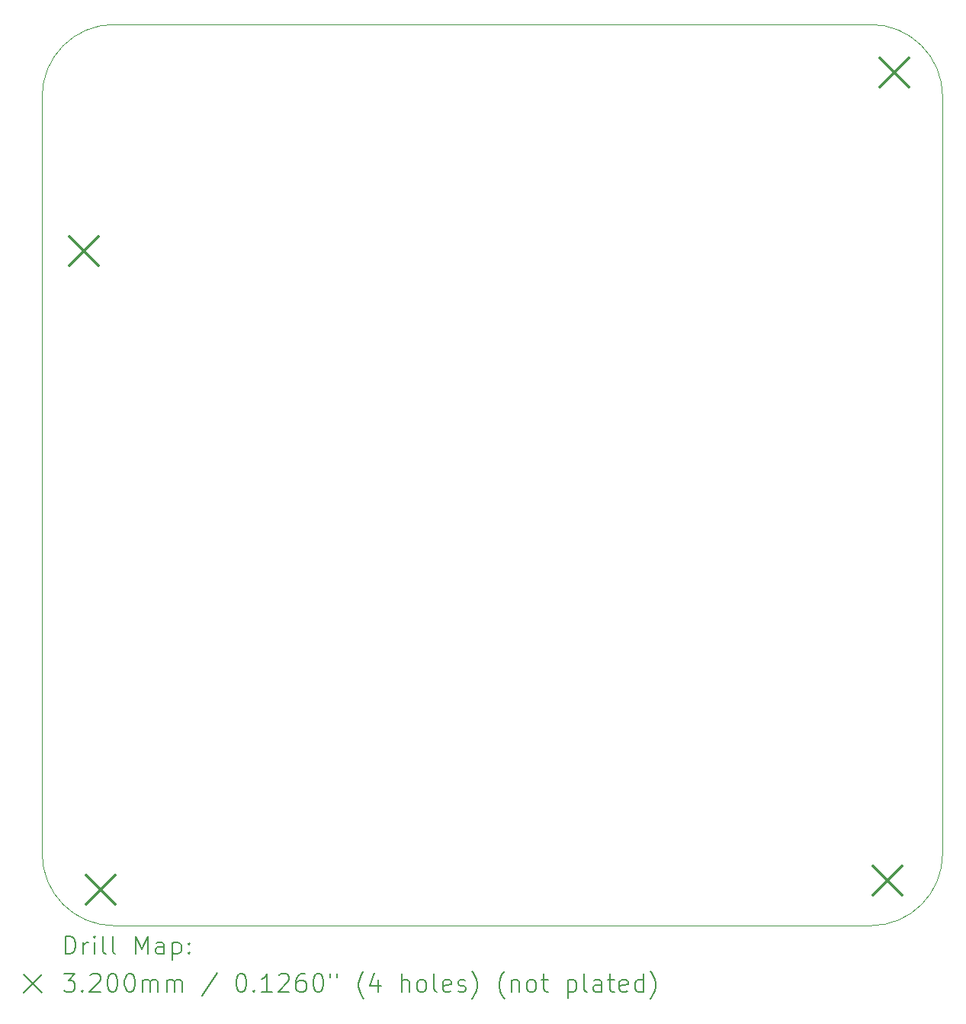
<source format=gbr>
%TF.GenerationSoftware,KiCad,Pcbnew,8.0.2*%
%TF.CreationDate,2025-04-19T11:58:42+02:00*%
%TF.ProjectId,Patje zuig men kloten,5061746a-6520-47a7-9569-67206d656e20,rev?*%
%TF.SameCoordinates,Original*%
%TF.FileFunction,Drillmap*%
%TF.FilePolarity,Positive*%
%FSLAX45Y45*%
G04 Gerber Fmt 4.5, Leading zero omitted, Abs format (unit mm)*
G04 Created by KiCad (PCBNEW 8.0.2) date 2025-04-19 11:58:42*
%MOMM*%
%LPD*%
G01*
G04 APERTURE LIST*
%ADD10C,0.050000*%
%ADD11C,0.200000*%
%ADD12C,0.320000*%
G04 APERTURE END LIST*
D10*
X9377850Y-13420200D02*
X9377850Y-5020200D01*
X10177850Y-4220200D02*
X18577850Y-4220200D01*
X19377850Y-5020200D02*
X19377850Y-13420200D01*
X18577850Y-4220200D02*
G75*
G02*
X19377850Y-5020200I0J-800000D01*
G01*
X19377850Y-13420200D02*
G75*
G02*
X18577850Y-14220200I-800000J0D01*
G01*
X18577850Y-14220200D02*
X10177850Y-14220200D01*
X10177850Y-14220200D02*
G75*
G02*
X9377850Y-13420200I0J800000D01*
G01*
X9377850Y-5020200D02*
G75*
G02*
X10177850Y-4220200I800000J0D01*
G01*
D11*
D12*
X9680150Y-6571000D02*
X10000150Y-6891000D01*
X10000150Y-6571000D02*
X9680150Y-6891000D01*
X9870000Y-13660000D02*
X10190000Y-13980000D01*
X10190000Y-13660000D02*
X9870000Y-13980000D01*
X18608250Y-13556000D02*
X18928250Y-13876000D01*
X18928250Y-13556000D02*
X18608250Y-13876000D01*
X18684450Y-4589800D02*
X19004450Y-4909800D01*
X19004450Y-4589800D02*
X18684450Y-4909800D01*
D11*
X9636127Y-14534184D02*
X9636127Y-14334184D01*
X9636127Y-14334184D02*
X9683746Y-14334184D01*
X9683746Y-14334184D02*
X9712317Y-14343708D01*
X9712317Y-14343708D02*
X9731365Y-14362755D01*
X9731365Y-14362755D02*
X9740889Y-14381803D01*
X9740889Y-14381803D02*
X9750413Y-14419898D01*
X9750413Y-14419898D02*
X9750413Y-14448469D01*
X9750413Y-14448469D02*
X9740889Y-14486565D01*
X9740889Y-14486565D02*
X9731365Y-14505612D01*
X9731365Y-14505612D02*
X9712317Y-14524660D01*
X9712317Y-14524660D02*
X9683746Y-14534184D01*
X9683746Y-14534184D02*
X9636127Y-14534184D01*
X9836127Y-14534184D02*
X9836127Y-14400850D01*
X9836127Y-14438946D02*
X9845651Y-14419898D01*
X9845651Y-14419898D02*
X9855174Y-14410374D01*
X9855174Y-14410374D02*
X9874222Y-14400850D01*
X9874222Y-14400850D02*
X9893270Y-14400850D01*
X9959936Y-14534184D02*
X9959936Y-14400850D01*
X9959936Y-14334184D02*
X9950413Y-14343708D01*
X9950413Y-14343708D02*
X9959936Y-14353231D01*
X9959936Y-14353231D02*
X9969460Y-14343708D01*
X9969460Y-14343708D02*
X9959936Y-14334184D01*
X9959936Y-14334184D02*
X9959936Y-14353231D01*
X10083746Y-14534184D02*
X10064698Y-14524660D01*
X10064698Y-14524660D02*
X10055174Y-14505612D01*
X10055174Y-14505612D02*
X10055174Y-14334184D01*
X10188508Y-14534184D02*
X10169460Y-14524660D01*
X10169460Y-14524660D02*
X10159936Y-14505612D01*
X10159936Y-14505612D02*
X10159936Y-14334184D01*
X10417079Y-14534184D02*
X10417079Y-14334184D01*
X10417079Y-14334184D02*
X10483746Y-14477041D01*
X10483746Y-14477041D02*
X10550413Y-14334184D01*
X10550413Y-14334184D02*
X10550413Y-14534184D01*
X10731365Y-14534184D02*
X10731365Y-14429422D01*
X10731365Y-14429422D02*
X10721841Y-14410374D01*
X10721841Y-14410374D02*
X10702794Y-14400850D01*
X10702794Y-14400850D02*
X10664698Y-14400850D01*
X10664698Y-14400850D02*
X10645651Y-14410374D01*
X10731365Y-14524660D02*
X10712317Y-14534184D01*
X10712317Y-14534184D02*
X10664698Y-14534184D01*
X10664698Y-14534184D02*
X10645651Y-14524660D01*
X10645651Y-14524660D02*
X10636127Y-14505612D01*
X10636127Y-14505612D02*
X10636127Y-14486565D01*
X10636127Y-14486565D02*
X10645651Y-14467517D01*
X10645651Y-14467517D02*
X10664698Y-14457993D01*
X10664698Y-14457993D02*
X10712317Y-14457993D01*
X10712317Y-14457993D02*
X10731365Y-14448469D01*
X10826603Y-14400850D02*
X10826603Y-14600850D01*
X10826603Y-14410374D02*
X10845651Y-14400850D01*
X10845651Y-14400850D02*
X10883746Y-14400850D01*
X10883746Y-14400850D02*
X10902794Y-14410374D01*
X10902794Y-14410374D02*
X10912317Y-14419898D01*
X10912317Y-14419898D02*
X10921841Y-14438946D01*
X10921841Y-14438946D02*
X10921841Y-14496088D01*
X10921841Y-14496088D02*
X10912317Y-14515136D01*
X10912317Y-14515136D02*
X10902794Y-14524660D01*
X10902794Y-14524660D02*
X10883746Y-14534184D01*
X10883746Y-14534184D02*
X10845651Y-14534184D01*
X10845651Y-14534184D02*
X10826603Y-14524660D01*
X11007555Y-14515136D02*
X11017079Y-14524660D01*
X11017079Y-14524660D02*
X11007555Y-14534184D01*
X11007555Y-14534184D02*
X10998032Y-14524660D01*
X10998032Y-14524660D02*
X11007555Y-14515136D01*
X11007555Y-14515136D02*
X11007555Y-14534184D01*
X11007555Y-14410374D02*
X11017079Y-14419898D01*
X11017079Y-14419898D02*
X11007555Y-14429422D01*
X11007555Y-14429422D02*
X10998032Y-14419898D01*
X10998032Y-14419898D02*
X11007555Y-14410374D01*
X11007555Y-14410374D02*
X11007555Y-14429422D01*
X9175350Y-14762700D02*
X9375350Y-14962700D01*
X9375350Y-14762700D02*
X9175350Y-14962700D01*
X9617079Y-14754184D02*
X9740889Y-14754184D01*
X9740889Y-14754184D02*
X9674222Y-14830374D01*
X9674222Y-14830374D02*
X9702794Y-14830374D01*
X9702794Y-14830374D02*
X9721841Y-14839898D01*
X9721841Y-14839898D02*
X9731365Y-14849422D01*
X9731365Y-14849422D02*
X9740889Y-14868469D01*
X9740889Y-14868469D02*
X9740889Y-14916088D01*
X9740889Y-14916088D02*
X9731365Y-14935136D01*
X9731365Y-14935136D02*
X9721841Y-14944660D01*
X9721841Y-14944660D02*
X9702794Y-14954184D01*
X9702794Y-14954184D02*
X9645651Y-14954184D01*
X9645651Y-14954184D02*
X9626603Y-14944660D01*
X9626603Y-14944660D02*
X9617079Y-14935136D01*
X9826603Y-14935136D02*
X9836127Y-14944660D01*
X9836127Y-14944660D02*
X9826603Y-14954184D01*
X9826603Y-14954184D02*
X9817079Y-14944660D01*
X9817079Y-14944660D02*
X9826603Y-14935136D01*
X9826603Y-14935136D02*
X9826603Y-14954184D01*
X9912317Y-14773231D02*
X9921841Y-14763708D01*
X9921841Y-14763708D02*
X9940889Y-14754184D01*
X9940889Y-14754184D02*
X9988508Y-14754184D01*
X9988508Y-14754184D02*
X10007555Y-14763708D01*
X10007555Y-14763708D02*
X10017079Y-14773231D01*
X10017079Y-14773231D02*
X10026603Y-14792279D01*
X10026603Y-14792279D02*
X10026603Y-14811327D01*
X10026603Y-14811327D02*
X10017079Y-14839898D01*
X10017079Y-14839898D02*
X9902794Y-14954184D01*
X9902794Y-14954184D02*
X10026603Y-14954184D01*
X10150413Y-14754184D02*
X10169460Y-14754184D01*
X10169460Y-14754184D02*
X10188508Y-14763708D01*
X10188508Y-14763708D02*
X10198032Y-14773231D01*
X10198032Y-14773231D02*
X10207555Y-14792279D01*
X10207555Y-14792279D02*
X10217079Y-14830374D01*
X10217079Y-14830374D02*
X10217079Y-14877993D01*
X10217079Y-14877993D02*
X10207555Y-14916088D01*
X10207555Y-14916088D02*
X10198032Y-14935136D01*
X10198032Y-14935136D02*
X10188508Y-14944660D01*
X10188508Y-14944660D02*
X10169460Y-14954184D01*
X10169460Y-14954184D02*
X10150413Y-14954184D01*
X10150413Y-14954184D02*
X10131365Y-14944660D01*
X10131365Y-14944660D02*
X10121841Y-14935136D01*
X10121841Y-14935136D02*
X10112317Y-14916088D01*
X10112317Y-14916088D02*
X10102794Y-14877993D01*
X10102794Y-14877993D02*
X10102794Y-14830374D01*
X10102794Y-14830374D02*
X10112317Y-14792279D01*
X10112317Y-14792279D02*
X10121841Y-14773231D01*
X10121841Y-14773231D02*
X10131365Y-14763708D01*
X10131365Y-14763708D02*
X10150413Y-14754184D01*
X10340889Y-14754184D02*
X10359936Y-14754184D01*
X10359936Y-14754184D02*
X10378984Y-14763708D01*
X10378984Y-14763708D02*
X10388508Y-14773231D01*
X10388508Y-14773231D02*
X10398032Y-14792279D01*
X10398032Y-14792279D02*
X10407555Y-14830374D01*
X10407555Y-14830374D02*
X10407555Y-14877993D01*
X10407555Y-14877993D02*
X10398032Y-14916088D01*
X10398032Y-14916088D02*
X10388508Y-14935136D01*
X10388508Y-14935136D02*
X10378984Y-14944660D01*
X10378984Y-14944660D02*
X10359936Y-14954184D01*
X10359936Y-14954184D02*
X10340889Y-14954184D01*
X10340889Y-14954184D02*
X10321841Y-14944660D01*
X10321841Y-14944660D02*
X10312317Y-14935136D01*
X10312317Y-14935136D02*
X10302794Y-14916088D01*
X10302794Y-14916088D02*
X10293270Y-14877993D01*
X10293270Y-14877993D02*
X10293270Y-14830374D01*
X10293270Y-14830374D02*
X10302794Y-14792279D01*
X10302794Y-14792279D02*
X10312317Y-14773231D01*
X10312317Y-14773231D02*
X10321841Y-14763708D01*
X10321841Y-14763708D02*
X10340889Y-14754184D01*
X10493270Y-14954184D02*
X10493270Y-14820850D01*
X10493270Y-14839898D02*
X10502794Y-14830374D01*
X10502794Y-14830374D02*
X10521841Y-14820850D01*
X10521841Y-14820850D02*
X10550413Y-14820850D01*
X10550413Y-14820850D02*
X10569460Y-14830374D01*
X10569460Y-14830374D02*
X10578984Y-14849422D01*
X10578984Y-14849422D02*
X10578984Y-14954184D01*
X10578984Y-14849422D02*
X10588508Y-14830374D01*
X10588508Y-14830374D02*
X10607555Y-14820850D01*
X10607555Y-14820850D02*
X10636127Y-14820850D01*
X10636127Y-14820850D02*
X10655175Y-14830374D01*
X10655175Y-14830374D02*
X10664698Y-14849422D01*
X10664698Y-14849422D02*
X10664698Y-14954184D01*
X10759936Y-14954184D02*
X10759936Y-14820850D01*
X10759936Y-14839898D02*
X10769460Y-14830374D01*
X10769460Y-14830374D02*
X10788508Y-14820850D01*
X10788508Y-14820850D02*
X10817079Y-14820850D01*
X10817079Y-14820850D02*
X10836127Y-14830374D01*
X10836127Y-14830374D02*
X10845651Y-14849422D01*
X10845651Y-14849422D02*
X10845651Y-14954184D01*
X10845651Y-14849422D02*
X10855175Y-14830374D01*
X10855175Y-14830374D02*
X10874222Y-14820850D01*
X10874222Y-14820850D02*
X10902794Y-14820850D01*
X10902794Y-14820850D02*
X10921841Y-14830374D01*
X10921841Y-14830374D02*
X10931365Y-14849422D01*
X10931365Y-14849422D02*
X10931365Y-14954184D01*
X11321841Y-14744660D02*
X11150413Y-15001803D01*
X11578984Y-14754184D02*
X11598032Y-14754184D01*
X11598032Y-14754184D02*
X11617079Y-14763708D01*
X11617079Y-14763708D02*
X11626603Y-14773231D01*
X11626603Y-14773231D02*
X11636127Y-14792279D01*
X11636127Y-14792279D02*
X11645651Y-14830374D01*
X11645651Y-14830374D02*
X11645651Y-14877993D01*
X11645651Y-14877993D02*
X11636127Y-14916088D01*
X11636127Y-14916088D02*
X11626603Y-14935136D01*
X11626603Y-14935136D02*
X11617079Y-14944660D01*
X11617079Y-14944660D02*
X11598032Y-14954184D01*
X11598032Y-14954184D02*
X11578984Y-14954184D01*
X11578984Y-14954184D02*
X11559936Y-14944660D01*
X11559936Y-14944660D02*
X11550413Y-14935136D01*
X11550413Y-14935136D02*
X11540889Y-14916088D01*
X11540889Y-14916088D02*
X11531365Y-14877993D01*
X11531365Y-14877993D02*
X11531365Y-14830374D01*
X11531365Y-14830374D02*
X11540889Y-14792279D01*
X11540889Y-14792279D02*
X11550413Y-14773231D01*
X11550413Y-14773231D02*
X11559936Y-14763708D01*
X11559936Y-14763708D02*
X11578984Y-14754184D01*
X11731365Y-14935136D02*
X11740889Y-14944660D01*
X11740889Y-14944660D02*
X11731365Y-14954184D01*
X11731365Y-14954184D02*
X11721841Y-14944660D01*
X11721841Y-14944660D02*
X11731365Y-14935136D01*
X11731365Y-14935136D02*
X11731365Y-14954184D01*
X11931365Y-14954184D02*
X11817079Y-14954184D01*
X11874222Y-14954184D02*
X11874222Y-14754184D01*
X11874222Y-14754184D02*
X11855175Y-14782755D01*
X11855175Y-14782755D02*
X11836127Y-14801803D01*
X11836127Y-14801803D02*
X11817079Y-14811327D01*
X12007556Y-14773231D02*
X12017079Y-14763708D01*
X12017079Y-14763708D02*
X12036127Y-14754184D01*
X12036127Y-14754184D02*
X12083746Y-14754184D01*
X12083746Y-14754184D02*
X12102794Y-14763708D01*
X12102794Y-14763708D02*
X12112317Y-14773231D01*
X12112317Y-14773231D02*
X12121841Y-14792279D01*
X12121841Y-14792279D02*
X12121841Y-14811327D01*
X12121841Y-14811327D02*
X12112317Y-14839898D01*
X12112317Y-14839898D02*
X11998032Y-14954184D01*
X11998032Y-14954184D02*
X12121841Y-14954184D01*
X12293270Y-14754184D02*
X12255175Y-14754184D01*
X12255175Y-14754184D02*
X12236127Y-14763708D01*
X12236127Y-14763708D02*
X12226603Y-14773231D01*
X12226603Y-14773231D02*
X12207556Y-14801803D01*
X12207556Y-14801803D02*
X12198032Y-14839898D01*
X12198032Y-14839898D02*
X12198032Y-14916088D01*
X12198032Y-14916088D02*
X12207556Y-14935136D01*
X12207556Y-14935136D02*
X12217079Y-14944660D01*
X12217079Y-14944660D02*
X12236127Y-14954184D01*
X12236127Y-14954184D02*
X12274222Y-14954184D01*
X12274222Y-14954184D02*
X12293270Y-14944660D01*
X12293270Y-14944660D02*
X12302794Y-14935136D01*
X12302794Y-14935136D02*
X12312317Y-14916088D01*
X12312317Y-14916088D02*
X12312317Y-14868469D01*
X12312317Y-14868469D02*
X12302794Y-14849422D01*
X12302794Y-14849422D02*
X12293270Y-14839898D01*
X12293270Y-14839898D02*
X12274222Y-14830374D01*
X12274222Y-14830374D02*
X12236127Y-14830374D01*
X12236127Y-14830374D02*
X12217079Y-14839898D01*
X12217079Y-14839898D02*
X12207556Y-14849422D01*
X12207556Y-14849422D02*
X12198032Y-14868469D01*
X12436127Y-14754184D02*
X12455175Y-14754184D01*
X12455175Y-14754184D02*
X12474222Y-14763708D01*
X12474222Y-14763708D02*
X12483746Y-14773231D01*
X12483746Y-14773231D02*
X12493270Y-14792279D01*
X12493270Y-14792279D02*
X12502794Y-14830374D01*
X12502794Y-14830374D02*
X12502794Y-14877993D01*
X12502794Y-14877993D02*
X12493270Y-14916088D01*
X12493270Y-14916088D02*
X12483746Y-14935136D01*
X12483746Y-14935136D02*
X12474222Y-14944660D01*
X12474222Y-14944660D02*
X12455175Y-14954184D01*
X12455175Y-14954184D02*
X12436127Y-14954184D01*
X12436127Y-14954184D02*
X12417079Y-14944660D01*
X12417079Y-14944660D02*
X12407556Y-14935136D01*
X12407556Y-14935136D02*
X12398032Y-14916088D01*
X12398032Y-14916088D02*
X12388508Y-14877993D01*
X12388508Y-14877993D02*
X12388508Y-14830374D01*
X12388508Y-14830374D02*
X12398032Y-14792279D01*
X12398032Y-14792279D02*
X12407556Y-14773231D01*
X12407556Y-14773231D02*
X12417079Y-14763708D01*
X12417079Y-14763708D02*
X12436127Y-14754184D01*
X12578984Y-14754184D02*
X12578984Y-14792279D01*
X12655175Y-14754184D02*
X12655175Y-14792279D01*
X12950413Y-15030374D02*
X12940889Y-15020850D01*
X12940889Y-15020850D02*
X12921841Y-14992279D01*
X12921841Y-14992279D02*
X12912318Y-14973231D01*
X12912318Y-14973231D02*
X12902794Y-14944660D01*
X12902794Y-14944660D02*
X12893270Y-14897041D01*
X12893270Y-14897041D02*
X12893270Y-14858946D01*
X12893270Y-14858946D02*
X12902794Y-14811327D01*
X12902794Y-14811327D02*
X12912318Y-14782755D01*
X12912318Y-14782755D02*
X12921841Y-14763708D01*
X12921841Y-14763708D02*
X12940889Y-14735136D01*
X12940889Y-14735136D02*
X12950413Y-14725612D01*
X13112318Y-14820850D02*
X13112318Y-14954184D01*
X13064698Y-14744660D02*
X13017079Y-14887517D01*
X13017079Y-14887517D02*
X13140889Y-14887517D01*
X13369460Y-14954184D02*
X13369460Y-14754184D01*
X13455175Y-14954184D02*
X13455175Y-14849422D01*
X13455175Y-14849422D02*
X13445651Y-14830374D01*
X13445651Y-14830374D02*
X13426603Y-14820850D01*
X13426603Y-14820850D02*
X13398032Y-14820850D01*
X13398032Y-14820850D02*
X13378984Y-14830374D01*
X13378984Y-14830374D02*
X13369460Y-14839898D01*
X13578984Y-14954184D02*
X13559937Y-14944660D01*
X13559937Y-14944660D02*
X13550413Y-14935136D01*
X13550413Y-14935136D02*
X13540889Y-14916088D01*
X13540889Y-14916088D02*
X13540889Y-14858946D01*
X13540889Y-14858946D02*
X13550413Y-14839898D01*
X13550413Y-14839898D02*
X13559937Y-14830374D01*
X13559937Y-14830374D02*
X13578984Y-14820850D01*
X13578984Y-14820850D02*
X13607556Y-14820850D01*
X13607556Y-14820850D02*
X13626603Y-14830374D01*
X13626603Y-14830374D02*
X13636127Y-14839898D01*
X13636127Y-14839898D02*
X13645651Y-14858946D01*
X13645651Y-14858946D02*
X13645651Y-14916088D01*
X13645651Y-14916088D02*
X13636127Y-14935136D01*
X13636127Y-14935136D02*
X13626603Y-14944660D01*
X13626603Y-14944660D02*
X13607556Y-14954184D01*
X13607556Y-14954184D02*
X13578984Y-14954184D01*
X13759937Y-14954184D02*
X13740889Y-14944660D01*
X13740889Y-14944660D02*
X13731365Y-14925612D01*
X13731365Y-14925612D02*
X13731365Y-14754184D01*
X13912318Y-14944660D02*
X13893270Y-14954184D01*
X13893270Y-14954184D02*
X13855175Y-14954184D01*
X13855175Y-14954184D02*
X13836127Y-14944660D01*
X13836127Y-14944660D02*
X13826603Y-14925612D01*
X13826603Y-14925612D02*
X13826603Y-14849422D01*
X13826603Y-14849422D02*
X13836127Y-14830374D01*
X13836127Y-14830374D02*
X13855175Y-14820850D01*
X13855175Y-14820850D02*
X13893270Y-14820850D01*
X13893270Y-14820850D02*
X13912318Y-14830374D01*
X13912318Y-14830374D02*
X13921841Y-14849422D01*
X13921841Y-14849422D02*
X13921841Y-14868469D01*
X13921841Y-14868469D02*
X13826603Y-14887517D01*
X13998032Y-14944660D02*
X14017080Y-14954184D01*
X14017080Y-14954184D02*
X14055175Y-14954184D01*
X14055175Y-14954184D02*
X14074222Y-14944660D01*
X14074222Y-14944660D02*
X14083746Y-14925612D01*
X14083746Y-14925612D02*
X14083746Y-14916088D01*
X14083746Y-14916088D02*
X14074222Y-14897041D01*
X14074222Y-14897041D02*
X14055175Y-14887517D01*
X14055175Y-14887517D02*
X14026603Y-14887517D01*
X14026603Y-14887517D02*
X14007556Y-14877993D01*
X14007556Y-14877993D02*
X13998032Y-14858946D01*
X13998032Y-14858946D02*
X13998032Y-14849422D01*
X13998032Y-14849422D02*
X14007556Y-14830374D01*
X14007556Y-14830374D02*
X14026603Y-14820850D01*
X14026603Y-14820850D02*
X14055175Y-14820850D01*
X14055175Y-14820850D02*
X14074222Y-14830374D01*
X14150413Y-15030374D02*
X14159937Y-15020850D01*
X14159937Y-15020850D02*
X14178984Y-14992279D01*
X14178984Y-14992279D02*
X14188508Y-14973231D01*
X14188508Y-14973231D02*
X14198032Y-14944660D01*
X14198032Y-14944660D02*
X14207556Y-14897041D01*
X14207556Y-14897041D02*
X14207556Y-14858946D01*
X14207556Y-14858946D02*
X14198032Y-14811327D01*
X14198032Y-14811327D02*
X14188508Y-14782755D01*
X14188508Y-14782755D02*
X14178984Y-14763708D01*
X14178984Y-14763708D02*
X14159937Y-14735136D01*
X14159937Y-14735136D02*
X14150413Y-14725612D01*
X14512318Y-15030374D02*
X14502794Y-15020850D01*
X14502794Y-15020850D02*
X14483746Y-14992279D01*
X14483746Y-14992279D02*
X14474222Y-14973231D01*
X14474222Y-14973231D02*
X14464699Y-14944660D01*
X14464699Y-14944660D02*
X14455175Y-14897041D01*
X14455175Y-14897041D02*
X14455175Y-14858946D01*
X14455175Y-14858946D02*
X14464699Y-14811327D01*
X14464699Y-14811327D02*
X14474222Y-14782755D01*
X14474222Y-14782755D02*
X14483746Y-14763708D01*
X14483746Y-14763708D02*
X14502794Y-14735136D01*
X14502794Y-14735136D02*
X14512318Y-14725612D01*
X14588508Y-14820850D02*
X14588508Y-14954184D01*
X14588508Y-14839898D02*
X14598032Y-14830374D01*
X14598032Y-14830374D02*
X14617080Y-14820850D01*
X14617080Y-14820850D02*
X14645651Y-14820850D01*
X14645651Y-14820850D02*
X14664699Y-14830374D01*
X14664699Y-14830374D02*
X14674222Y-14849422D01*
X14674222Y-14849422D02*
X14674222Y-14954184D01*
X14798032Y-14954184D02*
X14778984Y-14944660D01*
X14778984Y-14944660D02*
X14769461Y-14935136D01*
X14769461Y-14935136D02*
X14759937Y-14916088D01*
X14759937Y-14916088D02*
X14759937Y-14858946D01*
X14759937Y-14858946D02*
X14769461Y-14839898D01*
X14769461Y-14839898D02*
X14778984Y-14830374D01*
X14778984Y-14830374D02*
X14798032Y-14820850D01*
X14798032Y-14820850D02*
X14826603Y-14820850D01*
X14826603Y-14820850D02*
X14845651Y-14830374D01*
X14845651Y-14830374D02*
X14855175Y-14839898D01*
X14855175Y-14839898D02*
X14864699Y-14858946D01*
X14864699Y-14858946D02*
X14864699Y-14916088D01*
X14864699Y-14916088D02*
X14855175Y-14935136D01*
X14855175Y-14935136D02*
X14845651Y-14944660D01*
X14845651Y-14944660D02*
X14826603Y-14954184D01*
X14826603Y-14954184D02*
X14798032Y-14954184D01*
X14921842Y-14820850D02*
X14998032Y-14820850D01*
X14950413Y-14754184D02*
X14950413Y-14925612D01*
X14950413Y-14925612D02*
X14959937Y-14944660D01*
X14959937Y-14944660D02*
X14978984Y-14954184D01*
X14978984Y-14954184D02*
X14998032Y-14954184D01*
X15217080Y-14820850D02*
X15217080Y-15020850D01*
X15217080Y-14830374D02*
X15236127Y-14820850D01*
X15236127Y-14820850D02*
X15274223Y-14820850D01*
X15274223Y-14820850D02*
X15293270Y-14830374D01*
X15293270Y-14830374D02*
X15302794Y-14839898D01*
X15302794Y-14839898D02*
X15312318Y-14858946D01*
X15312318Y-14858946D02*
X15312318Y-14916088D01*
X15312318Y-14916088D02*
X15302794Y-14935136D01*
X15302794Y-14935136D02*
X15293270Y-14944660D01*
X15293270Y-14944660D02*
X15274223Y-14954184D01*
X15274223Y-14954184D02*
X15236127Y-14954184D01*
X15236127Y-14954184D02*
X15217080Y-14944660D01*
X15426603Y-14954184D02*
X15407556Y-14944660D01*
X15407556Y-14944660D02*
X15398032Y-14925612D01*
X15398032Y-14925612D02*
X15398032Y-14754184D01*
X15588508Y-14954184D02*
X15588508Y-14849422D01*
X15588508Y-14849422D02*
X15578984Y-14830374D01*
X15578984Y-14830374D02*
X15559937Y-14820850D01*
X15559937Y-14820850D02*
X15521842Y-14820850D01*
X15521842Y-14820850D02*
X15502794Y-14830374D01*
X15588508Y-14944660D02*
X15569461Y-14954184D01*
X15569461Y-14954184D02*
X15521842Y-14954184D01*
X15521842Y-14954184D02*
X15502794Y-14944660D01*
X15502794Y-14944660D02*
X15493270Y-14925612D01*
X15493270Y-14925612D02*
X15493270Y-14906565D01*
X15493270Y-14906565D02*
X15502794Y-14887517D01*
X15502794Y-14887517D02*
X15521842Y-14877993D01*
X15521842Y-14877993D02*
X15569461Y-14877993D01*
X15569461Y-14877993D02*
X15588508Y-14868469D01*
X15655175Y-14820850D02*
X15731365Y-14820850D01*
X15683746Y-14754184D02*
X15683746Y-14925612D01*
X15683746Y-14925612D02*
X15693270Y-14944660D01*
X15693270Y-14944660D02*
X15712318Y-14954184D01*
X15712318Y-14954184D02*
X15731365Y-14954184D01*
X15874223Y-14944660D02*
X15855175Y-14954184D01*
X15855175Y-14954184D02*
X15817080Y-14954184D01*
X15817080Y-14954184D02*
X15798032Y-14944660D01*
X15798032Y-14944660D02*
X15788508Y-14925612D01*
X15788508Y-14925612D02*
X15788508Y-14849422D01*
X15788508Y-14849422D02*
X15798032Y-14830374D01*
X15798032Y-14830374D02*
X15817080Y-14820850D01*
X15817080Y-14820850D02*
X15855175Y-14820850D01*
X15855175Y-14820850D02*
X15874223Y-14830374D01*
X15874223Y-14830374D02*
X15883746Y-14849422D01*
X15883746Y-14849422D02*
X15883746Y-14868469D01*
X15883746Y-14868469D02*
X15788508Y-14887517D01*
X16055175Y-14954184D02*
X16055175Y-14754184D01*
X16055175Y-14944660D02*
X16036127Y-14954184D01*
X16036127Y-14954184D02*
X15998032Y-14954184D01*
X15998032Y-14954184D02*
X15978984Y-14944660D01*
X15978984Y-14944660D02*
X15969461Y-14935136D01*
X15969461Y-14935136D02*
X15959937Y-14916088D01*
X15959937Y-14916088D02*
X15959937Y-14858946D01*
X15959937Y-14858946D02*
X15969461Y-14839898D01*
X15969461Y-14839898D02*
X15978984Y-14830374D01*
X15978984Y-14830374D02*
X15998032Y-14820850D01*
X15998032Y-14820850D02*
X16036127Y-14820850D01*
X16036127Y-14820850D02*
X16055175Y-14830374D01*
X16131365Y-15030374D02*
X16140889Y-15020850D01*
X16140889Y-15020850D02*
X16159937Y-14992279D01*
X16159937Y-14992279D02*
X16169461Y-14973231D01*
X16169461Y-14973231D02*
X16178984Y-14944660D01*
X16178984Y-14944660D02*
X16188508Y-14897041D01*
X16188508Y-14897041D02*
X16188508Y-14858946D01*
X16188508Y-14858946D02*
X16178984Y-14811327D01*
X16178984Y-14811327D02*
X16169461Y-14782755D01*
X16169461Y-14782755D02*
X16159937Y-14763708D01*
X16159937Y-14763708D02*
X16140889Y-14735136D01*
X16140889Y-14735136D02*
X16131365Y-14725612D01*
M02*

</source>
